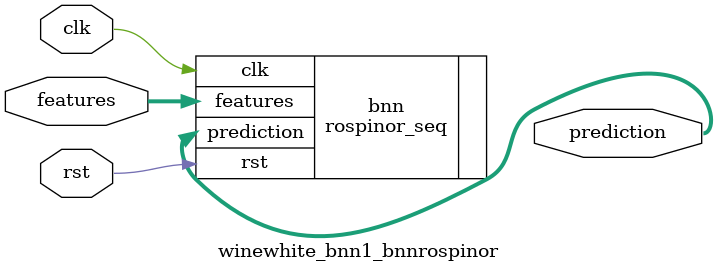
<source format=v>













module winewhite_bnn1_bnnrospinor #(

parameter FEAT_CNT = 11,
parameter HIDDEN_CNT = 40,
parameter FEAT_BITS = 4,
parameter CLASS_CNT = 7,
parameter TEST_CNT = 1000


  ) (
  input clk,
  input rst,
  input [FEAT_CNT*FEAT_BITS-1:0] features,
  output [$clog2(CLASS_CNT)-1:0] prediction
  );

  localparam Weights0 = 440'b00010101000000000100110001011111111100001000110010111000111101011010011001100010111100110011000010111110111001101101111011100100100101010010111001101100110001100100000010000100011001111001000101010111000101001100101000101100000110011111011111100011100111101111111000100110011101011110000110100011110011010110001110100100000101101110011001000000111010100011101011100100010011100101000101010011100110000100101000111101100110011111111111010110 ;
  localparam Weights1 = 280'b1100111000000011001100101100101011000111100011011110001100111111010011101101011100011011111010110001111101001110110101110000110111101010000011000100001011010011000011011110101100001111010011101101011100001101100010110001111111101110111001110000000011001010100110110101111011010110 ;

  rospinor_seq #(.FEAT_CNT(FEAT_CNT),.FEAT_BITS(FEAT_BITS),.HIDDEN_CNT(HIDDEN_CNT),.CLASS_CNT(CLASS_CNT),.Weights0(Weights0),.Weights1(Weights1)) bnn (
    .clk(clk),
    .rst(rst),
    .features(features),
    .prediction(prediction)
  );

endmodule

</source>
